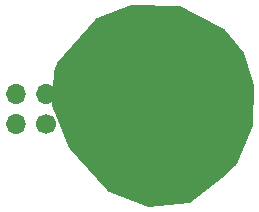
<source format=gbs>
G04 #@! TF.FileFunction,Soldermask,Bot*
%FSLAX46Y46*%
G04 Gerber Fmt 4.6, Leading zero omitted, Abs format (unit mm)*
G04 Created by KiCad (PCBNEW 4.0.7) date Monday, July 16, 2018 'PMt' 08:42:58 PM*
%MOMM*%
%LPD*%
G01*
G04 APERTURE LIST*
%ADD10C,0.100000*%
%ADD11C,1.700000*%
%ADD12O,1.700000X1.700000*%
%ADD13C,0.254000*%
G04 APERTURE END LIST*
D10*
D11*
X219303600Y-116713000D03*
D12*
X219303600Y-114173000D03*
X216763600Y-116713000D03*
X216763600Y-114173000D03*
D13*
G36*
X230561909Y-106831566D02*
X234246359Y-108698855D01*
X235864606Y-110678095D01*
X236689619Y-113365637D01*
X236639477Y-116762701D01*
X235287643Y-119979567D01*
X234142949Y-121074491D01*
X231407812Y-123207397D01*
X227894318Y-123593632D01*
X224660421Y-122270106D01*
X221280087Y-118676145D01*
X219901413Y-115091594D01*
X220013745Y-112183443D01*
X220300346Y-111550533D01*
X223594627Y-107841324D01*
X226475871Y-106718761D01*
X230561909Y-106831566D01*
X230561909Y-106831566D01*
G37*
X230561909Y-106831566D02*
X234246359Y-108698855D01*
X235864606Y-110678095D01*
X236689619Y-113365637D01*
X236639477Y-116762701D01*
X235287643Y-119979567D01*
X234142949Y-121074491D01*
X231407812Y-123207397D01*
X227894318Y-123593632D01*
X224660421Y-122270106D01*
X221280087Y-118676145D01*
X219901413Y-115091594D01*
X220013745Y-112183443D01*
X220300346Y-111550533D01*
X223594627Y-107841324D01*
X226475871Y-106718761D01*
X230561909Y-106831566D01*
M02*

</source>
